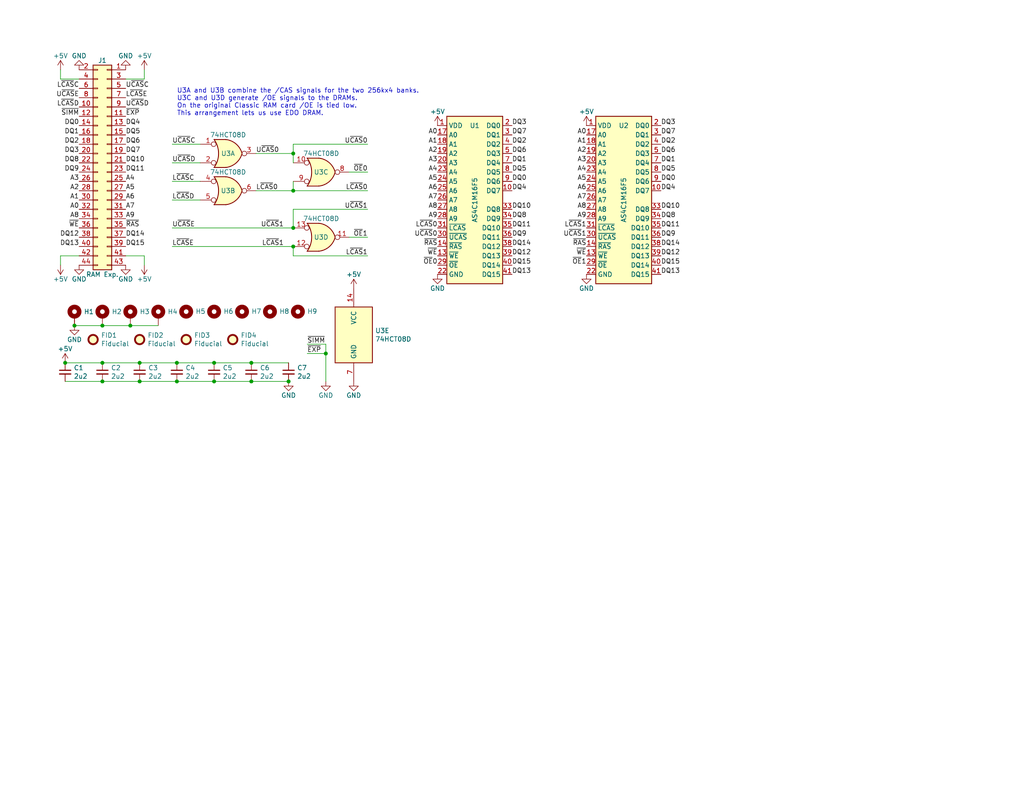
<source format=kicad_sch>
(kicad_sch (version 20211123) (generator eeschema)
  (paper "USLetter")
  (title_block (title "GW4406A") (date "2022-02-08") (rev "0.2") (company "Garrett's Workshop"))
  (lib_symbols
    (symbol "74xx:74LS08" (pin_names (offset 1.016))
      (property "Reference" "U" (at 0 1.27 0))
      (property "Value" "74LS08" (at 0 -1.27 0))
      (symbol "74LS08_1_1"
        (arc (start 0 -3.81) (mid 3.81 0) (end 0 3.81) (stroke (width 0.254)) (fill (type background)))
        (polyline (pts (xy 0 3.81) (xy -3.81 3.81) (xy -3.81 -3.81) (xy 0 -3.81)) (stroke (width 0.254)) (fill (type background)))
        (pin input line (at -7.62 2.54 0) (length 3.81) (name "~") (number "1"))
        (pin input line (at -7.62 -2.54 0) (length 3.81) (name "~") (number "2"))
        (pin output line (at 7.62 0 180) (length 3.81) (name "~") (number "3"))
      )
      (symbol "74LS08_1_2"
        (arc (start -3.81 -3.81) (mid -2.589 0) (end -3.81 3.81) (stroke (width 0.254)))
        (arc (start -0.6096 -3.81) (mid 2.1855 -2.584) (end 3.81 0) (stroke (width 0.254)) (fill (type background)))
        (polyline (pts (xy -3.81 -3.81) (xy -0.635 -3.81)) (stroke (width 0.254)) (fill (type background)))
        (polyline (pts (xy -3.81 3.81) (xy -0.635 3.81)) (stroke (width 0.254)) (fill (type background)))
        (polyline (pts (xy -0.635 3.81) (xy -3.81 3.81) (xy -3.81 3.81) (xy -3.556 3.4036) (xy -3.0226 2.2606) (xy -2.6924 1.0414) (xy -2.6162 -0.254) (xy -2.7686 -1.4986) (xy -3.175 -2.7178) (xy -3.81 -3.81) (xy -3.81 -3.81) (xy -0.635 -3.81)) (stroke (width -25.4)) (fill (type background)))
        (arc (start 3.81 0) (mid 2.1928 2.5925) (end -0.6096 3.81) (stroke (width 0.254)) (fill (type background)))
        (pin input inverted (at -7.62 2.54 0) (length 4.318) (name "~") (number "1"))
        (pin input inverted (at -7.62 -2.54 0) (length 4.318) (name "~") (number "2"))
        (pin output inverted (at 7.62 0 180) (length 3.81) (name "~") (number "3"))
      )
      (symbol "74LS08_2_1"
        (arc (start 0 -3.81) (mid 3.81 0) (end 0 3.81) (stroke (width 0.254)) (fill (type background)))
        (polyline (pts (xy 0 3.81) (xy -3.81 3.81) (xy -3.81 -3.81) (xy 0 -3.81)) (stroke (width 0.254)) (fill (type background)))
        (pin input line (at -7.62 2.54 0) (length 3.81) (name "~") (number "4"))
        (pin input line (at -7.62 -2.54 0) (length 3.81) (name "~") (number "5"))
        (pin output line (at 7.62 0 180) (length 3.81) (name "~") (number "6"))
      )
      (symbol "74LS08_2_2"
        (arc (start -3.81 -3.81) (mid -2.589 0) (end -3.81 3.81) (stroke (width 0.254)))
        (arc (start -0.6096 -3.81) (mid 2.1855 -2.584) (end 3.81 0) (stroke (width 0.254)) (fill (type background)))
        (polyline (pts (xy -3.81 -3.81) (xy -0.635 -3.81)) (stroke (width 0.254)) (fill (type background)))
        (polyline (pts (xy -3.81 3.81) (xy -0.635 3.81)) (stroke (width 0.254)) (fill (type background)))
        (polyline (pts (xy -0.635 3.81) (xy -3.81 3.81) (xy -3.81 3.81) (xy -3.556 3.4036) (xy -3.0226 2.2606) (xy -2.6924 1.0414) (xy -2.6162 -0.254) (xy -2.7686 -1.4986) (xy -3.175 -2.7178) (xy -3.81 -3.81) (xy -3.81 -3.81) (xy -0.635 -3.81)) (stroke (width -25.4)) (fill (type background)))
        (arc (start 3.81 0) (mid 2.1928 2.5925) (end -0.6096 3.81) (stroke (width 0.254)) (fill (type background)))
        (pin input inverted (at -7.62 2.54 0) (length 4.318) (name "~") (number "4"))
        (pin input inverted (at -7.62 -2.54 0) (length 4.318) (name "~") (number "5"))
        (pin output inverted (at 7.62 0 180) (length 3.81) (name "~") (number "6"))
      )
      (symbol "74LS08_3_1"
        (arc (start 0 -3.81) (mid 3.81 0) (end 0 3.81) (stroke (width 0.254)) (fill (type background)))
        (polyline (pts (xy 0 3.81) (xy -3.81 3.81) (xy -3.81 -3.81) (xy 0 -3.81)) (stroke (width 0.254)) (fill (type background)))
        (pin input line (at -7.62 -2.54 0) (length 3.81) (name "~") (number "10"))
        (pin output line (at 7.62 0 180) (length 3.81) (name "~") (number "8"))
        (pin input line (at -7.62 2.54 0) (length 3.81) (name "~") (number "9"))
      )
      (symbol "74LS08_3_2"
        (arc (start -3.81 -3.81) (mid -2.589 0) (end -3.81 3.81) (stroke (width 0.254)))
        (arc (start -0.6096 -3.81) (mid 2.1855 -2.584) (end 3.81 0) (stroke (width 0.254)) (fill (type background)))
        (polyline (pts (xy -3.81 -3.81) (xy -0.635 -3.81)) (stroke (width 0.254)) (fill (type background)))
        (polyline (pts (xy -3.81 3.81) (xy -0.635 3.81)) (stroke (width 0.254)) (fill (type background)))
        (polyline (pts (xy -0.635 3.81) (xy -3.81 3.81) (xy -3.81 3.81) (xy -3.556 3.4036) (xy -3.0226 2.2606) (xy -2.6924 1.0414) (xy -2.6162 -0.254) (xy -2.7686 -1.4986) (xy -3.175 -2.7178) (xy -3.81 -3.81) (xy -3.81 -3.81) (xy -0.635 -3.81)) (stroke (width -25.4)) (fill (type background)))
        (arc (start 3.81 0) (mid 2.1928 2.5925) (end -0.6096 3.81) (stroke (width 0.254)) (fill (type background)))
        (pin input inverted (at -7.62 -2.54 0) (length 4.318) (name "~") (number "10"))
        (pin output inverted (at 7.62 0 180) (length 3.81) (name "~") (number "8"))
        (pin input inverted (at -7.62 2.54 0) (length 4.318) (name "~") (number "9"))
      )
      (symbol "74LS08_4_1"
        (arc (start 0 -3.81) (mid 3.81 0) (end 0 3.81) (stroke (width 0.254)) (fill (type background)))
        (polyline (pts (xy 0 3.81) (xy -3.81 3.81) (xy -3.81 -3.81) (xy 0 -3.81)) (stroke (width 0.254)) (fill (type background)))
        (pin output line (at 7.62 0 180) (length 3.81) (name "~") (number "11"))
        (pin input line (at -7.62 2.54 0) (length 3.81) (name "~") (number "12"))
        (pin input line (at -7.62 -2.54 0) (length 3.81) (name "~") (number "13"))
      )
      (symbol "74LS08_4_2"
        (arc (start -3.81 -3.81) (mid -2.589 0) (end -3.81 3.81) (stroke (width 0.254)))
        (arc (start -0.6096 -3.81) (mid 2.1855 -2.584) (end 3.81 0) (stroke (width 0.254)) (fill (type background)))
        (polyline (pts (xy -3.81 -3.81) (xy -0.635 -3.81)) (stroke (width 0.254)) (fill (type background)))
        (polyline (pts (xy -3.81 3.81) (xy -0.635 3.81)) (stroke (width 0.254)) (fill (type background)))
        (polyline (pts (xy -0.635 3.81) (xy -3.81 3.81) (xy -3.81 3.81) (xy -3.556 3.4036) (xy -3.0226 2.2606) (xy -2.6924 1.0414) (xy -2.6162 -0.254) (xy -2.7686 -1.4986) (xy -3.175 -2.7178) (xy -3.81 -3.81) (xy -3.81 -3.81) (xy -0.635 -3.81)) (stroke (width -25.4)) (fill (type background)))
        (arc (start 3.81 0) (mid 2.1928 2.5925) (end -0.6096 3.81) (stroke (width 0.254)) (fill (type background)))
        (pin output inverted (at 7.62 0 180) (length 3.81) (name "~") (number "11"))
        (pin input inverted (at -7.62 2.54 0) (length 4.318) (name "~") (number "12"))
        (pin input inverted (at -7.62 -2.54 0) (length 4.318) (name "~") (number "13"))
      )
      (symbol "74LS08_5_0"
        (pin power_in line (at 0 12.7 270) (length 5.08) (name "VCC") (number "14"))
        (pin power_in line (at 0 -12.7 90) (length 5.08) (name "GND") (number "7"))
      )
      (symbol "74LS08_5_1"
        (rectangle (start -5.08 7.62) (end 5.08 -7.62) (stroke (width 0.254)) (fill (type background)))
      )
    )
    (symbol "Connector_Generic:Conn_02x22_Odd_Even" (pin_names (offset 1.016) hide)
      (property "Reference" "J" (at 1.27 27.94 0))
      (property "Value" "Conn_02x22_Odd_Even" (at 1.27 -30.48 0))
      (symbol "Conn_02x22_Odd_Even_1_1"
        (rectangle (start -1.27 -27.813) (end 0 -28.067) (stroke (width 0.1524)))
        (rectangle (start -1.27 -25.273) (end 0 -25.527) (stroke (width 0.1524)))
        (rectangle (start -1.27 -22.733) (end 0 -22.987) (stroke (width 0.1524)))
        (rectangle (start -1.27 -20.193) (end 0 -20.447) (stroke (width 0.1524)))
        (rectangle (start -1.27 -17.653) (end 0 -17.907) (stroke (width 0.1524)))
        (rectangle (start -1.27 -15.113) (end 0 -15.367) (stroke (width 0.1524)))
        (rectangle (start -1.27 -12.573) (end 0 -12.827) (stroke (width 0.1524)))
        (rectangle (start -1.27 -10.033) (end 0 -10.287) (stroke (width 0.1524)))
        (rectangle (start -1.27 -7.493) (end 0 -7.747) (stroke (width 0.1524)))
        (rectangle (start -1.27 -4.953) (end 0 -5.207) (stroke (width 0.1524)))
        (rectangle (start -1.27 -2.413) (end 0 -2.667) (stroke (width 0.1524)))
        (rectangle (start -1.27 0.127) (end 0 -0.127) (stroke (width 0.1524)))
        (rectangle (start -1.27 2.667) (end 0 2.413) (stroke (width 0.1524)))
        (rectangle (start -1.27 5.207) (end 0 4.953) (stroke (width 0.1524)))
        (rectangle (start -1.27 7.747) (end 0 7.493) (stroke (width 0.1524)))
        (rectangle (start -1.27 10.287) (end 0 10.033) (stroke (width 0.1524)))
        (rectangle (start -1.27 12.827) (end 0 12.573) (stroke (width 0.1524)))
        (rectangle (start -1.27 15.367) (end 0 15.113) (stroke (width 0.1524)))
        (rectangle (start -1.27 17.907) (end 0 17.653) (stroke (width 0.1524)))
        (rectangle (start -1.27 20.447) (end 0 20.193) (stroke (width 0.1524)))
        (rectangle (start -1.27 22.987) (end 0 22.733) (stroke (width 0.1524)))
        (rectangle (start -1.27 25.527) (end 0 25.273) (stroke (width 0.1524)))
        (rectangle (start -1.27 26.67) (end 3.81 -29.21) (stroke (width 0.254)) (fill (type background)))
        (rectangle (start 3.81 -27.813) (end 2.54 -28.067) (stroke (width 0.1524)))
        (rectangle (start 3.81 -25.273) (end 2.54 -25.527) (stroke (width 0.1524)))
        (rectangle (start 3.81 -22.733) (end 2.54 -22.987) (stroke (width 0.1524)))
        (rectangle (start 3.81 -20.193) (end 2.54 -20.447) (stroke (width 0.1524)))
        (rectangle (start 3.81 -17.653) (end 2.54 -17.907) (stroke (width 0.1524)))
        (rectangle (start 3.81 -15.113) (end 2.54 -15.367) (stroke (width 0.1524)))
        (rectangle (start 3.81 -12.573) (end 2.54 -12.827) (stroke (width 0.1524)))
        (rectangle (start 3.81 -10.033) (end 2.54 -10.287) (stroke (width 0.1524)))
        (rectangle (start 3.81 -7.493) (end 2.54 -7.747) (stroke (width 0.1524)))
        (rectangle (start 3.81 -4.953) (end 2.54 -5.207) (stroke (width 0.1524)))
        (rectangle (start 3.81 -2.413) (end 2.54 -2.667) (stroke (width 0.1524)))
        (rectangle (start 3.81 0.127) (end 2.54 -0.127) (stroke (width 0.1524)))
        (rectangle (start 3.81 2.667) (end 2.54 2.413) (stroke (width 0.1524)))
        (rectangle (start 3.81 5.207) (end 2.54 4.953) (stroke (width 0.1524)))
        (rectangle (start 3.81 7.747) (end 2.54 7.493) (stroke (width 0.1524)))
        (rectangle (start 3.81 10.287) (end 2.54 10.033) (stroke (width 0.1524)))
        (rectangle (start 3.81 12.827) (end 2.54 12.573) (stroke (width 0.1524)))
        (rectangle (start 3.81 15.367) (end 2.54 15.113) (stroke (width 0.1524)))
        (rectangle (start 3.81 17.907) (end 2.54 17.653) (stroke (width 0.1524)))
        (rectangle (start 3.81 20.447) (end 2.54 20.193) (stroke (width 0.1524)))
        (rectangle (start 3.81 22.987) (end 2.54 22.733) (stroke (width 0.1524)))
        (rectangle (start 3.81 25.527) (end 2.54 25.273) (stroke (width 0.1524)))
        (pin passive line (at -5.08 25.4 0) (length 3.81) (name "Pin_1") (number "1"))
        (pin passive line (at 7.62 15.24 180) (length 3.81) (name "Pin_10") (number "10"))
        (pin passive line (at -5.08 12.7 0) (length 3.81) (name "Pin_11") (number "11"))
        (pin passive line (at 7.62 12.7 180) (length 3.81) (name "Pin_12") (number "12"))
        (pin passive line (at -5.08 10.16 0) (length 3.81) (name "Pin_13") (number "13"))
        (pin passive line (at 7.62 10.16 180) (length 3.81) (name "Pin_14") (number "14"))
        (pin passive line (at -5.08 7.62 0) (length 3.81) (name "Pin_15") (number "15"))
        (pin passive line (at 7.62 7.62 180) (length 3.81) (name "Pin_16") (number "16"))
        (pin passive line (at -5.08 5.08 0) (length 3.81) (name "Pin_17") (number "17"))
        (pin passive line (at 7.62 5.08 180) (length 3.81) (name "Pin_18") (number "18"))
        (pin passive line (at -5.08 2.54 0) (length 3.81) (name "Pin_19") (number "19"))
        (pin passive line (at 7.62 25.4 180) (length 3.81) (name "Pin_2") (number "2"))
        (pin passive line (at 7.62 2.54 180) (length 3.81) (name "Pin_20") (number "20"))
        (pin passive line (at -5.08 0 0) (length 3.81) (name "Pin_21") (number "21"))
        (pin passive line (at 7.62 0 180) (length 3.81) (name "Pin_22") (number "22"))
        (pin passive line (at -5.08 -2.54 0) (length 3.81) (name "Pin_23") (number "23"))
        (pin passive line (at 7.62 -2.54 180) (length 3.81) (name "Pin_24") (number "24"))
        (pin passive line (at -5.08 -5.08 0) (length 3.81) (name "Pin_25") (number "25"))
        (pin passive line (at 7.62 -5.08 180) (length 3.81) (name "Pin_26") (number "26"))
        (pin passive line (at -5.08 -7.62 0) (length 3.81) (name "Pin_27") (number "27"))
        (pin passive line (at 7.62 -7.62 180) (length 3.81) (name "Pin_28") (number "28"))
        (pin passive line (at -5.08 -10.16 0) (length 3.81) (name "Pin_29") (number "29"))
        (pin passive line (at -5.08 22.86 0) (length 3.81) (name "Pin_3") (number "3"))
        (pin passive line (at 7.62 -10.16 180) (length 3.81) (name "Pin_30") (number "30"))
        (pin passive line (at -5.08 -12.7 0) (length 3.81) (name "Pin_31") (number "31"))
        (pin passive line (at 7.62 -12.7 180) (length 3.81) (name "Pin_32") (number "32"))
        (pin passive line (at -5.08 -15.24 0) (length 3.81) (name "Pin_33") (number "33"))
        (pin passive line (at 7.62 -15.24 180) (length 3.81) (name "Pin_34") (number "34"))
        (pin passive line (at -5.08 -17.78 0) (length 3.81) (name "Pin_35") (number "35"))
        (pin passive line (at 7.62 -17.78 180) (length 3.81) (name "Pin_36") (number "36"))
        (pin passive line (at -5.08 -20.32 0) (length 3.81) (name "Pin_37") (number "37"))
        (pin passive line (at 7.62 -20.32 180) (length 3.81) (name "Pin_38") (number "38"))
        (pin passive line (at -5.08 -22.86 0) (length 3.81) (name "Pin_39") (number "39"))
        (pin passive line (at 7.62 22.86 180) (length 3.81) (name "Pin_4") (number "4"))
        (pin passive line (at 7.62 -22.86 180) (length 3.81) (name "Pin_40") (number "40"))
        (pin passive line (at -5.08 -25.4 0) (length 3.81) (name "Pin_41") (number "41"))
        (pin passive line (at 7.62 -25.4 180) (length 3.81) (name "Pin_42") (number "42"))
        (pin passive line (at -5.08 -27.94 0) (length 3.81) (name "Pin_43") (number "43"))
        (pin passive line (at 7.62 -27.94 180) (length 3.81) (name "Pin_44") (number "44"))
        (pin passive line (at -5.08 20.32 0) (length 3.81) (name "Pin_5") (number "5"))
        (pin passive line (at 7.62 20.32 180) (length 3.81) (name "Pin_6") (number "6"))
        (pin passive line (at -5.08 17.78 0) (length 3.81) (name "Pin_7") (number "7"))
        (pin passive line (at 7.62 17.78 180) (length 3.81) (name "Pin_8") (number "8"))
        (pin passive line (at -5.08 15.24 0) (length 3.81) (name "Pin_9") (number "9"))
      )
    )
    (symbol "Device:C_Small" (pin_numbers hide) (pin_names (offset 0.254) hide)
      (property "Reference" "C" (at 0.254 1.778 0))
      (property "Value" "C_Small" (at 0.254 -2.032 0))
      (symbol "C_Small_0_1"
        (polyline (pts (xy -1.524 -0.508) (xy 1.524 -0.508)) (stroke (width 0.3302)))
        (polyline (pts (xy -1.524 0.508) (xy 1.524 0.508)) (stroke (width 0.3048)))
      )
      (symbol "C_Small_1_1"
        (pin passive line (at 0 2.54 270) (length 2.032) (name "~") (number "1"))
        (pin passive line (at 0 -2.54 90) (length 2.032) (name "~") (number "2"))
      )
    )
    (symbol "GW_RAM:DRAM-1Mx16-SOP-42"
      (property "Reference" "U" (at 0 24.13 0))
      (property "Value" "DRAM-1Mx16-SOP-42" (at 0 0 90))
      (symbol "DRAM-1Mx16-SOP-42_0_1"
        (rectangle (start -7.62 22.86) (end 7.62 -22.86) (stroke (width 0.254)) (fill (type background)))
      )
      (symbol "DRAM-1Mx16-SOP-42_1_1"
        (pin power_in line (at -10.16 20.32 0) (length 2.54) (name "VDD") (number "1"))
        (pin bidirectional line (at 10.16 2.54 180) (length 2.54) (name "DQ7") (number "10"))
        (pin no_connect line (at 10.16 1.27 180) (length 2.54) hide (name "NC") (number "11"))
        (pin no_connect line (at 10.16 0 180) (length 2.54) hide (name "NC") (number "12"))
        (pin input line (at -10.16 -15.24 0) (length 2.54) (name "~{WE}") (number "13"))
        (pin input line (at -10.16 -12.7 0) (length 2.54) (name "~{RAS}") (number "14"))
        (pin no_connect line (at 10.16 21.59 180) (length 2.54) hide (name "NC") (number "15"))
        (pin no_connect line (at 10.16 -21.59 180) (length 2.54) hide (name "NC") (number "16"))
        (pin input line (at -10.16 17.78 0) (length 2.54) (name "A0") (number "17"))
        (pin input line (at -10.16 15.24 0) (length 2.54) (name "A1") (number "18"))
        (pin input line (at -10.16 12.7 0) (length 2.54) (name "A2") (number "19"))
        (pin bidirectional line (at 10.16 20.32 180) (length 2.54) (name "DQ0") (number "2"))
        (pin input line (at -10.16 10.16 0) (length 2.54) (name "A3") (number "20"))
        (pin power_in line (at -10.16 20.32 0) (length 2.54) hide (name "VDD") (number "21"))
        (pin power_in line (at -10.16 -20.32 0) (length 2.54) (name "GND") (number "22"))
        (pin input line (at -10.16 7.62 0) (length 2.54) (name "A4") (number "23"))
        (pin input line (at -10.16 5.08 0) (length 2.54) (name "A5") (number "24"))
        (pin input line (at -10.16 2.54 0) (length 2.54) (name "A6") (number "25"))
        (pin input line (at -10.16 0 0) (length 2.54) (name "A7") (number "26"))
        (pin input line (at -10.16 -2.54 0) (length 2.54) (name "A8") (number "27"))
        (pin input line (at -10.16 -5.08 0) (length 2.54) (name "A9") (number "28"))
        (pin input line (at -10.16 -17.78 0) (length 2.54) (name "~{OE}") (number "29"))
        (pin bidirectional line (at 10.16 17.78 180) (length 2.54) (name "DQ1") (number "3"))
        (pin input line (at -10.16 -10.16 0) (length 2.54) (name "~{UCAS}") (number "30"))
        (pin input line (at -10.16 -7.62 0) (length 2.54) (name "~{LCAS}") (number "31"))
        (pin no_connect line (at 10.16 -1.27 180) (length 2.54) hide (name "NC") (number "32"))
        (pin bidirectional line (at 10.16 -2.54 180) (length 2.54) (name "DQ8") (number "33"))
        (pin bidirectional line (at 10.16 -5.08 180) (length 2.54) (name "DQ9") (number "34"))
        (pin bidirectional line (at 10.16 -7.62 180) (length 2.54) (name "DQ10") (number "35"))
        (pin bidirectional line (at 10.16 -10.16 180) (length 2.54) (name "DQ11") (number "36"))
        (pin power_in line (at -10.16 -20.32 0) (length 2.54) hide (name "GND") (number "37"))
        (pin bidirectional line (at 10.16 -12.7 180) (length 2.54) (name "DQ12") (number "38"))
        (pin bidirectional line (at 10.16 -15.24 180) (length 2.54) (name "DQ13") (number "39"))
        (pin bidirectional line (at 10.16 15.24 180) (length 2.54) (name "DQ2") (number "4"))
        (pin bidirectional line (at 10.16 -17.78 180) (length 2.54) (name "DQ14") (number "40"))
        (pin bidirectional line (at 10.16 -20.32 180) (length 2.54) (name "DQ15") (number "41"))
        (pin power_in line (at -10.16 -20.32 0) (length 2.54) hide (name "GND") (number "42"))
        (pin bidirectional line (at 10.16 12.7 180) (length 2.54) (name "DQ3") (number "5"))
        (pin power_in line (at -10.16 20.32 0) (length 2.54) hide (name "VDD") (number "6"))
        (pin bidirectional line (at 10.16 10.16 180) (length 2.54) (name "DQ4") (number "7"))
        (pin bidirectional line (at 10.16 7.62 180) (length 2.54) (name "DQ5") (number "8"))
        (pin bidirectional line (at 10.16 5.08 180) (length 2.54) (name "DQ6") (number "9"))
      )
    )
    (symbol "Mechanical:Fiducial"
      (property "Reference" "FID" (at 0 5.08 0))
      (property "Value" "Fiducial" (at 0 3.175 0))
      (symbol "Fiducial_0_1"
        (circle (center 0 0) (radius 1.27) (stroke (width 0.508)) (fill (type background)))
      )
    )
    (symbol "Mechanical:MountingHole" (pin_names (offset 1.016))
      (property "Reference" "H" (at 0 5.08 0))
      (property "Value" "MountingHole" (at 0 3.175 0))
      (symbol "MountingHole_0_1"
        (circle (center 0 0) (radius 1.27) (stroke (width 1.27)))
      )
    )
    (symbol "Mechanical:MountingHole_Pad" (pin_numbers hide) (pin_names (offset 1.016) hide)
      (property "Reference" "H" (at 0 6.35 0))
      (property "Value" "MountingHole_Pad" (at 0 4.445 0))
      (symbol "MountingHole_Pad_0_1"
        (circle (center 0 1.27) (radius 1.27) (stroke (width 1.27)))
      )
      (symbol "MountingHole_Pad_1_1"
        (pin input line (at 0 -2.54 90) (length 2.54) (name "1") (number "1"))
      )
    )
    (symbol "power:+5V" (power) (pin_names (offset 0))
      (property "Value" "+5V" (at 0 3.556 0))
      (symbol "+5V_0_1"
        (polyline (pts (xy -0.762 1.27) (xy 0 2.54)))
        (polyline (pts (xy 0 0) (xy 0 2.54)))
        (polyline (pts (xy 0 2.54) (xy 0.762 1.27)))
      )
      (symbol "+5V_1_1"
        (pin power_in line (at 0 0 90) (length 0) hide (name "+5V") (number "1"))
      )
    )
    (symbol "power:GND" (power) (pin_names (offset 0))
      (property "Value" "GND" (at 0 -3.81 0))
      (symbol "GND_0_1"
        (polyline (pts (xy 0 0) (xy 0 -1.27) (xy 1.27 -1.27) (xy 0 -2.54) (xy -1.27 -1.27) (xy 0 -1.27)))
      )
      (symbol "GND_1_1"
        (pin power_in line (at 0 0 270) (length 0) hide (name "GND") (number "1"))
      )
    )
  )
  (junction (at 38.1 104.14))
  (junction (at 80.01 52.07))
  (junction (at 17.78 99.06))
  (junction (at 68.58 99.06))
  (junction (at 88.9 96.52))
  (junction (at 68.58 104.14))
  (junction (at 78.74 104.14))
  (junction (at 80.01 62.23))
  (junction (at 80.01 41.91))
  (junction (at 80.01 67.31))
  (junction (at 20.32 88.9))
  (junction (at 48.26 99.06))
  (junction (at 48.26 104.14))
  (junction (at 38.1 99.06))
  (junction (at 35.56 88.9))
  (junction (at 27.94 88.9))
  (junction (at 58.42 104.14))
  (junction (at 27.94 104.14))
  (junction (at 58.42 99.06))
  (junction (at 27.94 99.06))
  (wire (pts (xy 80.01 62.23) (xy 80.01 57.15)))
  (wire (pts (xy 80.01 49.53) (xy 80.01 52.07)))
  (wire (pts (xy 16.51 69.85) (xy 21.59 69.85)))
  (wire (pts (xy 58.42 99.06) (xy 68.58 99.06)))
  (wire (pts (xy 68.58 104.14) (xy 78.74 104.14)))
  (wire (pts (xy 80.01 52.07) (xy 100.33 52.07)))
  (wire (pts (xy 39.37 69.85) (xy 34.29 69.85)))
  (wire (pts (xy 20.32 88.9) (xy 27.94 88.9)))
  (wire (pts (xy 69.85 41.91) (xy 80.01 41.91)))
  (wire (pts (xy 46.99 39.37) (xy 54.61 39.37)))
  (wire (pts (xy 17.78 104.14) (xy 27.94 104.14)))
  (wire (pts (xy 38.1 104.14) (xy 48.26 104.14)))
  (wire (pts (xy 88.9 93.98) (xy 83.82 93.98)))
  (wire (pts (xy 38.1 99.06) (xy 48.26 99.06)))
  (wire (pts (xy 27.94 99.06) (xy 38.1 99.06)))
  (wire (pts (xy 88.9 104.14) (xy 88.9 96.52)))
  (wire (pts (xy 88.9 96.52) (xy 88.9 93.98)))
  (wire (pts (xy 80.01 57.15) (xy 100.33 57.15)))
  (wire (pts (xy 80.01 62.23) (xy 46.99 62.23)))
  (wire (pts (xy 58.42 104.14) (xy 68.58 104.14)))
  (wire (pts (xy 16.51 19.05) (xy 16.51 21.59)))
  (wire (pts (xy 39.37 19.05) (xy 39.37 21.59)))
  (wire (pts (xy 27.94 104.14) (xy 38.1 104.14)))
  (wire (pts (xy 46.99 44.45) (xy 54.61 44.45)))
  (wire (pts (xy 17.78 99.06) (xy 27.94 99.06)))
  (wire (pts (xy 80.01 39.37) (xy 100.33 39.37)))
  (wire (pts (xy 80.01 41.91) (xy 80.01 39.37)))
  (wire (pts (xy 35.56 88.9) (xy 43.18 88.9)))
  (wire (pts (xy 39.37 72.39) (xy 39.37 69.85)))
  (wire (pts (xy 100.33 46.99) (xy 95.25 46.99)))
  (wire (pts (xy 68.58 99.06) (xy 78.74 99.06)))
  (wire (pts (xy 16.51 72.39) (xy 16.51 69.85)))
  (wire (pts (xy 80.01 67.31) (xy 80.01 69.85)))
  (wire (pts (xy 54.61 49.53) (xy 46.99 49.53)))
  (wire (pts (xy 46.99 54.61) (xy 54.61 54.61)))
  (wire (pts (xy 80.01 52.07) (xy 69.85 52.07)))
  (wire (pts (xy 48.26 99.06) (xy 58.42 99.06)))
  (wire (pts (xy 80.01 44.45) (xy 80.01 41.91)))
  (wire (pts (xy 48.26 104.14) (xy 58.42 104.14)))
  (wire (pts (xy 16.51 21.59) (xy 21.59 21.59)))
  (wire (pts (xy 39.37 21.59) (xy 34.29 21.59)))
  (wire (pts (xy 100.33 64.77) (xy 95.25 64.77)))
  (wire (pts (xy 83.82 96.52) (xy 88.9 96.52)))
  (wire (pts (xy 80.01 67.31) (xy 46.99 67.31)))
  (wire (pts (xy 27.94 88.9) (xy 35.56 88.9)))
  (wire (pts (xy 80.01 69.85) (xy 100.33 69.85)))
  (text "U3A and U3B combine the /CAS signals for the two 256kx4 banks.\nU3C and U3D generate /OE signals to the DRAMs.\nOn the original Classic RAM card /OE is tied low.\nThis arrangement lets us use EDO DRAM." (at 48.26 31.75 0) (effects (font (size 1.27 1.27)) (justify left bottom)))
  (label "L~{CAS}0" (at 69.85 52.07 0))
  (label "DQ2" (at 180.34 39.37 0))
  (label "A3" (at 160.02 44.45 180))
  (label "DQ10" (at 180.34 57.15 0))
  (label "~{OE}1" (at 160.02 72.39 180))
  (label "DQ7" (at 180.34 36.83 0))
  (label "DQ1" (at 21.59 36.83 180))
  (label "A7" (at 160.02 54.61 180))
  (label "DQ7" (at 34.29 41.91 0))
  (label "~{EXP}" (at 83.82 96.52 0))
  (label "~{RAS}" (at 119.38 67.31 180))
  (label "A8" (at 160.02 57.15 180))
  (label "A0" (at 119.38 36.83 180))
  (label "A8" (at 119.38 57.15 180))
  (label "~{SIMM}" (at 83.82 93.98 0))
  (label "~{WE}" (at 119.38 69.85 180))
  (label "A3" (at 21.59 49.53 180))
  (label "~{OE}0" (at 119.38 72.39 180))
  (label "DQ0" (at 139.7 49.53 0))
  (label "~{WE}" (at 21.59 62.23 180))
  (label "A4" (at 160.02 46.99 180))
  (label "DQ12" (at 139.7 69.85 0))
  (label "U~{CAS}E" (at 21.59 26.67 180))
  (label "DQ2" (at 21.59 39.37 180))
  (label "~{EXP}" (at 34.29 31.75 0))
  (label "A9" (at 160.02 59.69 180))
  (label "~{RAS}" (at 34.29 62.23 0))
  (label "DQ10" (at 34.29 44.45 0))
  (label "DQ8" (at 180.34 59.69 0))
  (label "DQ12" (at 180.34 69.85 0))
  (label "DQ0" (at 180.34 49.53 0))
  (label "DQ5" (at 180.34 46.99 0))
  (label "DQ6" (at 34.29 39.37 0))
  (label "U~{CAS}0" (at 100.33 39.37 180))
  (label "~{SIMM}" (at 21.59 31.75 180))
  (label "U~{CAS}C" (at 34.29 24.13 0))
  (label "A0" (at 21.59 57.15 180))
  (label "A9" (at 119.38 59.69 180))
  (label "A4" (at 34.29 49.53 0))
  (label "A1" (at 21.59 54.61 180))
  (label "A7" (at 34.29 57.15 0))
  (label "A9" (at 34.29 59.69 0))
  (label "DQ4" (at 34.29 34.29 0))
  (label "L~{CAS}1" (at 77.47 67.31 180))
  (label "U~{CAS}1" (at 160.02 64.77 180))
  (label "A0" (at 160.02 36.83 180))
  (label "U~{CAS}1" (at 100.33 57.15 180))
  (label "~{OE}1" (at 100.33 64.77 180))
  (label "DQ10" (at 139.7 57.15 0))
  (label "DQ9" (at 139.7 64.77 0))
  (label "DQ14" (at 139.7 67.31 0))
  (label "L~{CAS}D" (at 21.59 29.21 180))
  (label "DQ9" (at 180.34 64.77 0))
  (label "A3" (at 119.38 44.45 180))
  (label "L~{CAS}E" (at 46.99 67.31 0))
  (label "DQ4" (at 180.34 52.07 0))
  (label "L~{CAS}1" (at 160.02 62.23 180))
  (label "DQ7" (at 139.7 36.83 0))
  (label "DQ4" (at 139.7 52.07 0))
  (label "U~{CAS}D" (at 46.99 44.45 0))
  (label "DQ8" (at 21.59 44.45 180))
  (label "U~{CAS}D" (at 34.29 29.21 0))
  (label "A1" (at 160.02 39.37 180))
  (label "L~{CAS}E" (at 34.29 26.67 0))
  (label "U~{CAS}0" (at 69.85 41.91 0))
  (label "A8" (at 21.59 59.69 180))
  (label "~{OE}0" (at 100.33 46.99 180))
  (label "DQ11" (at 180.34 62.23 0))
  (label "U~{CAS}C" (at 46.99 39.37 0))
  (label "~{WE}" (at 160.02 69.85 180))
  (label "A6" (at 119.38 52.07 180))
  (label "A5" (at 34.29 52.07 0))
  (label "DQ2" (at 139.7 39.37 0))
  (label "A5" (at 160.02 49.53 180))
  (label "DQ15" (at 180.34 72.39 0))
  (label "DQ3" (at 21.59 41.91 180))
  (label "L~{CAS}C" (at 46.99 49.53 0))
  (label "DQ1" (at 180.34 44.45 0))
  (label "DQ9" (at 21.59 46.99 180))
  (label "DQ11" (at 34.29 46.99 0))
  (label "DQ13" (at 180.34 74.93 0))
  (label "DQ14" (at 180.34 67.31 0))
  (label "L~{CAS}0" (at 119.38 62.23 180))
  (label "DQ14" (at 34.29 64.77 0))
  (label "~{RAS}" (at 160.02 67.31 180))
  (label "A2" (at 21.59 52.07 180))
  (label "A5" (at 119.38 49.53 180))
  (label "DQ12" (at 21.59 64.77 180))
  (label "DQ0" (at 21.59 34.29 180))
  (label "DQ5" (at 139.7 46.99 0))
  (label "DQ13" (at 21.59 67.31 180))
  (label "DQ11" (at 139.7 62.23 0))
  (label "L~{CAS}C" (at 21.59 24.13 180))
  (label "DQ3" (at 180.34 34.29 0))
  (label "A1" (at 119.38 39.37 180))
  (label "DQ6" (at 139.7 41.91 0))
  (label "DQ6" (at 180.34 41.91 0))
  (label "A6" (at 34.29 54.61 0))
  (label "U~{CAS}0" (at 119.38 64.77 180))
  (label "A2" (at 160.02 41.91 180))
  (label "A2" (at 119.38 41.91 180))
  (label "L~{CAS}1" (at 100.33 69.85 180))
  (label "A4" (at 119.38 46.99 180))
  (label "U~{CAS}1" (at 77.47 62.23 180))
  (label "DQ8" (at 139.7 59.69 0))
  (label "DQ15" (at 34.29 67.31 0))
  (label "L~{CAS}D" (at 46.99 54.61 0))
  (label "A7" (at 119.38 54.61 180))
  (label "A6" (at 160.02 52.07 180))
  (label "U~{CAS}E" (at 46.99 62.23 0))
  (label "DQ15" (at 139.7 72.39 0))
  (label "DQ13" (at 139.7 74.93 0))
  (label "DQ3" (at 139.7 34.29 0))
  (label "L~{CAS}0" (at 100.33 52.07 180))
  (label "DQ5" (at 34.29 36.83 0))
  (label "DQ1" (at 139.7 44.45 0))
  (symbol (lib_id "Mechanical:MountingHole_Pad") (at 35.56 86.36 0) (unit 1)
    (property "Reference" "H3" (at 38.1 85.09 0) (effects (justify left)))
    (property "Value" " " (effects hide))
    (property "Footprint" "stdpads:PasteHole_1.1mm_PTH" (effects hide))
  )
  (symbol (lib_id "Mechanical:MountingHole_Pad") (at 43.18 86.36 0) (unit 1)
    (property "Reference" "H4" (at 45.72 85.09 0) (effects (justify left)))
    (property "Value" " " (effects hide))
    (property "Footprint" "stdpads:PasteHole_1.1mm_PTH" (effects hide))
  )
  (symbol (lib_id "Mechanical:Fiducial") (at 25.4 92.71 0) (unit 1)
    (property "Reference" "FID1" (at 27.559 91.5416 0) (effects (justify left)))
    (property "Value" "Fiducial" (at 27.559 93.853 0) (effects (justify left)))
    (property "Footprint" "stdpads:Fiducial" (effects hide))
  )
  (symbol (lib_id "Mechanical:Fiducial") (at 38.1 92.71 0) (unit 1)
    (property "Reference" "FID2" (at 40.259 91.5416 0) (effects (justify left)))
    (property "Value" "Fiducial" (at 40.259 93.853 0) (effects (justify left)))
    (property "Footprint" "stdpads:Fiducial" (effects hide))
  )
  (symbol (lib_id "Mechanical:Fiducial") (at 50.8 92.71 0) (unit 1)
    (property "Reference" "FID3" (at 52.959 91.5416 0) (effects (justify left)))
    (property "Value" "Fiducial" (at 52.959 93.853 0) (effects (justify left)))
    (property "Footprint" "stdpads:Fiducial" (effects hide))
  )
  (symbol (lib_id "Mechanical:Fiducial") (at 63.5 92.71 0) (unit 1)
    (property "Reference" "FID4" (at 65.659 91.5416 0) (effects (justify left)))
    (property "Value" "Fiducial" (at 65.659 93.853 0) (effects (justify left)))
    (property "Footprint" "stdpads:Fiducial" (effects hide))
  )
  (symbol (lib_id "Mechanical:MountingHole_Pad") (at 20.32 86.36 0) (unit 1)
    (property "Reference" "H1" (at 22.86 85.09 0) (effects (justify left)))
    (property "Value" " " (effects hide))
    (property "Footprint" "stdpads:PasteHole_1.1mm_PTH" (effects hide))
  )
  (symbol (lib_id "Mechanical:MountingHole_Pad") (at 27.94 86.36 0) (unit 1)
    (property "Reference" "H2" (at 30.48 85.09 0) (effects (justify left)))
    (property "Value" " " (effects hide))
    (property "Footprint" "stdpads:PasteHole_1.1mm_PTH" (effects hide))
  )
  (symbol (lib_id "power:+5V") (at 17.78 99.06 0) (mirror y) (unit 1)
    (property "Reference" "#PWR0112" (effects hide))
    (property "Value" "+5V" (at 17.78 95.25 0))
  )
  (symbol (lib_id "Device:C_Small") (at 68.58 101.6 0) (unit 1)
    (property "Reference" "C6" (at 70.9168 100.4316 0) (effects (justify left)))
    (property "Value" "2u2" (at 70.9168 102.743 0) (effects (justify left)))
    (property "Footprint" "stdpads:C_0805" (effects hide))
  )
  (symbol (lib_id "power:GND") (at 78.74 104.14 0) (unit 1)
    (property "Reference" "#PWR0113" (effects hide))
    (property "Value" "GND" (at 78.74 107.95 0))
  )
  (symbol (lib_id "Device:C_Small") (at 58.42 101.6 0) (unit 1)
    (property "Reference" "C5" (at 60.7568 100.4316 0) (effects (justify left)))
    (property "Value" "2u2" (at 60.7568 102.743 0) (effects (justify left)))
    (property "Footprint" "stdpads:C_0805" (effects hide))
  )
  (symbol (lib_id "Device:C_Small") (at 78.74 101.6 0) (unit 1)
    (property "Reference" "C7" (at 81.0768 100.4316 0) (effects (justify left)))
    (property "Value" "2u2" (at 81.0768 102.743 0) (effects (justify left)))
    (property "Footprint" "stdpads:C_0805" (effects hide))
  )
  (symbol (lib_id "Device:C_Small") (at 27.94 101.6 0) (unit 1)
    (property "Reference" "C2" (at 30.2768 100.4316 0) (effects (justify left)))
    (property "Value" "2u2" (at 30.2768 102.743 0) (effects (justify left)))
    (property "Footprint" "stdpads:C_0805" (effects hide))
  )
  (symbol (lib_id "Device:C_Small") (at 48.26 101.6 0) (unit 1)
    (property "Reference" "C4" (at 50.5968 100.4316 0) (effects (justify left)))
    (property "Value" "2u2" (at 50.5968 102.743 0) (effects (justify left)))
    (property "Footprint" "stdpads:C_0805" (effects hide))
  )
  (symbol (lib_id "Device:C_Small") (at 17.78 101.6 0) (unit 1)
    (property "Reference" "C1" (at 20.1168 100.4316 0) (effects (justify left)))
    (property "Value" "2u2" (at 20.1168 102.743 0) (effects (justify left)))
    (property "Footprint" "stdpads:C_0805" (effects hide))
  )
  (symbol (lib_id "Device:C_Small") (at 38.1 101.6 0) (unit 1)
    (property "Reference" "C3" (at 40.4368 100.4316 0) (effects (justify left)))
    (property "Value" "2u2" (at 40.4368 102.743 0) (effects (justify left)))
    (property "Footprint" "stdpads:C_0805" (effects hide))
  )
  (symbol (lib_id "GW_RAM:DRAM-1Mx16-SOP-42") (at 129.54 54.61 0) (unit 1)
    (property "Reference" "U1" (at 129.54 34.29 0))
    (property "Value" "AS4C1M16F5" (at 129.54 54.61 90))
    (property "Footprint" "stdpads:SOJ-42_400mil" (effects hide))
  )
  (symbol (lib_id "power:GND") (at 119.38 74.93 0) (unit 1)
    (property "Reference" "#PWR0101" (effects hide))
    (property "Value" "GND" (at 119.38 78.74 0))
  )
  (symbol (lib_id "power:+5V") (at 119.38 34.29 0) (mirror y) (unit 1)
    (property "Reference" "#PWR0102" (effects hide))
    (property "Value" "+5V" (at 119.38 30.48 0))
  )
  (symbol (lib_id "GW_RAM:DRAM-1Mx16-SOP-42") (at 170.18 54.61 0) (unit 1)
    (property "Reference" "U2" (at 170.18 34.29 0))
    (property "Value" "AS4C1M16F5" (at 170.18 54.61 90))
    (property "Footprint" "stdpads:SOJ-42_400mil" (effects hide))
  )
  (symbol (lib_id "power:GND") (at 160.02 74.93 0) (unit 1)
    (property "Reference" "#PWR0103" (effects hide))
    (property "Value" "GND" (at 160.02 78.74 0))
  )
  (symbol (lib_id "power:+5V") (at 160.02 34.29 0) (mirror y) (unit 1)
    (property "Reference" "#PWR0104" (effects hide))
    (property "Value" "+5V" (at 160.02 30.48 0))
  )
  (symbol (lib_id "Connector_Generic:Conn_02x22_Odd_Even") (at 29.21 44.45 0) (mirror y) (unit 1)
    (property "Reference" "J1" (at 27.94 16.51 0))
    (property "Value" "RAM Exp." (at 27.94 74.93 0))
    (property "Footprint" "stdpads:PinSocket_2x22_P2.54mm_Horizontal" (effects hide))
  )
  (symbol (lib_id "power:GND") (at 21.59 19.05 180) (unit 1)
    (property "Reference" "#PWR0105" (effects hide))
    (property "Value" "GND" (at 21.59 15.24 0))
  )
  (symbol (lib_id "power:GND") (at 34.29 19.05 180) (unit 1)
    (property "Reference" "#PWR0106" (effects hide))
    (property "Value" "GND" (at 34.29 15.24 0))
  )
  (symbol (lib_id "power:+5V") (at 39.37 19.05 0) (mirror y) (unit 1)
    (property "Reference" "#PWR0107" (effects hide))
    (property "Value" "+5V" (at 39.37 15.24 0))
  )
  (symbol (lib_id "power:+5V") (at 16.51 19.05 0) (unit 1)
    (property "Reference" "#PWR0108" (effects hide))
    (property "Value" "+5V" (at 16.51 15.24 0))
  )
  (symbol (lib_id "power:GND") (at 34.29 72.39 0) (mirror y) (unit 1)
    (property "Reference" "#PWR0109" (effects hide))
    (property "Value" "GND" (at 34.29 76.2 0))
  )
  (symbol (lib_id "power:+5V") (at 39.37 72.39 180) (unit 1)
    (property "Reference" "#PWR0110" (effects hide))
    (property "Value" "+5V" (at 39.37 76.2 0))
  )
  (symbol (lib_id "power:GND") (at 21.59 72.39 0) (unit 1)
    (property "Reference" "#PWR0111" (effects hide))
    (property "Value" "GND" (at 21.59 76.2 0))
  )
  (symbol (lib_id "power:+5V") (at 16.51 72.39 0) (mirror x) (unit 1)
    (property "Reference" "#PWR0114" (effects hide))
    (property "Value" "+5V" (at 16.51 76.2 0))
  )
  (symbol (lib_id "74xx:74LS08") (at 62.23 52.07 0) (unit 2) (convert 2)
    (property "Reference" "U3" (at 62.23 52.07 0))
    (property "Value" "74HCT08D" (at 62.23 46.99 0))
    (property "Footprint" "stdpads:SOIC-14_3.9mm" (effects hide))
    (property "Datasheet" "http://www.ti.com/lit/gpn/sn74LS08" (effects hide))
  )
  (symbol (lib_id "74xx:74LS08") (at 62.23 41.91 0) (unit 1) (convert 2)
    (property "Reference" "U3" (at 62.23 41.91 0))
    (property "Value" "74HCT08D" (at 62.23 36.83 0))
    (property "Footprint" "stdpads:SOIC-14_3.9mm" (effects hide))
    (property "Datasheet" "http://www.ti.com/lit/gpn/sn74LS08" (effects hide))
  )
  (symbol (lib_id "74xx:74LS08") (at 87.63 46.99 0) (mirror x) (unit 3) (convert 2)
    (property "Reference" "U3" (at 87.63 46.99 0))
    (property "Value" "74HCT08D" (at 87.63 41.91 0))
    (property "Footprint" "stdpads:SOIC-14_3.9mm" (effects hide))
    (property "Datasheet" "http://www.ti.com/lit/gpn/sn74LS08" (effects hide))
  )
  (symbol (lib_id "74xx:74LS08") (at 87.63 64.77 0) (mirror x) (unit 4) (convert 2)
    (property "Reference" "U3" (at 87.63 64.77 0))
    (property "Value" "74HCT08D" (at 87.63 59.69 0))
    (property "Footprint" "stdpads:SOIC-14_3.9mm" (effects hide))
    (property "Datasheet" "http://www.ti.com/lit/gpn/sn74LS08" (effects hide))
  )
  (symbol (lib_id "74xx:74LS08") (at 96.52 91.44 0) (unit 5)
    (property "Reference" "U3" (at 102.362 90.2716 0) (effects (justify left)))
    (property "Value" "74HCT08D" (at 102.362 92.583 0) (effects (justify left)))
    (property "Footprint" "stdpads:SOIC-14_3.9mm" (effects hide))
    (property "Datasheet" "http://www.ti.com/lit/gpn/sn74LS08" (effects hide))
  )
  (symbol (lib_id "power:+5V") (at 96.52 78.74 0) (unit 1)
    (property "Reference" "#PWR0116" (effects hide))
    (property "Value" "+5V" (at 96.52 74.93 0))
  )
  (symbol (lib_id "power:GND") (at 96.52 104.14 0) (mirror y) (unit 1)
    (property "Reference" "#PWR0117" (effects hide))
    (property "Value" "GND" (at 96.52 107.95 0))
  )
  (symbol (lib_id "power:GND") (at 88.9 104.14 0) (unit 1)
    (property "Reference" "#PWR0118" (effects hide))
    (property "Value" "GND" (at 88.9 107.95 0))
  )
  (symbol (lib_id "Mechanical:MountingHole") (at 58.42 85.09 0) (unit 1)
    (property "Reference" "H6" (at 60.96 85.0138 0) (effects (justify left)))
    (property "Value" " " (effects hide))
    (property "Footprint" "stdpads:PasteHole_1.152mm_NPTH" (effects hide))
  )
  (symbol (lib_id "Mechanical:MountingHole") (at 73.66 85.09 0) (unit 1)
    (property "Reference" "H8" (at 76.2 85.0138 0) (effects (justify left)))
    (property "Value" " " (effects hide))
    (property "Footprint" "stdpads:PasteHole_3mm_NPTH" (effects hide))
  )
  (symbol (lib_id "Mechanical:MountingHole") (at 50.8 85.09 0) (unit 1)
    (property "Reference" "H5" (at 53.34 85.0138 0) (effects (justify left)))
    (property "Value" " " (effects hide))
    (property "Footprint" "stdpads:PasteHole_1.152mm_NPTH" (effects hide))
  )
  (symbol (lib_id "power:GND") (at 20.32 88.9 0) (mirror y) (unit 1)
    (property "Reference" "#PWR0115" (effects hide))
    (property "Value" "GND" (at 20.32 92.71 0))
  )
  (symbol (lib_id "Mechanical:MountingHole") (at 81.28 85.09 0) (unit 1)
    (property "Reference" "H9" (at 83.82 85.0138 0) (effects (justify left)))
    (property "Value" " " (effects hide))
    (property "Footprint" "stdpads:PasteHole_3mm_NPTH" (effects hide))
  )
  (symbol (lib_id "Mechanical:MountingHole") (at 66.04 85.09 0) (unit 1)
    (property "Reference" "H7" (at 68.58 85.0138 0) (effects (justify left)))
    (property "Value" " " (effects hide))
    (property "Footprint" "stdpads:PasteHole_1.152mm_NPTH" (effects hide))
  )
)
</source>
